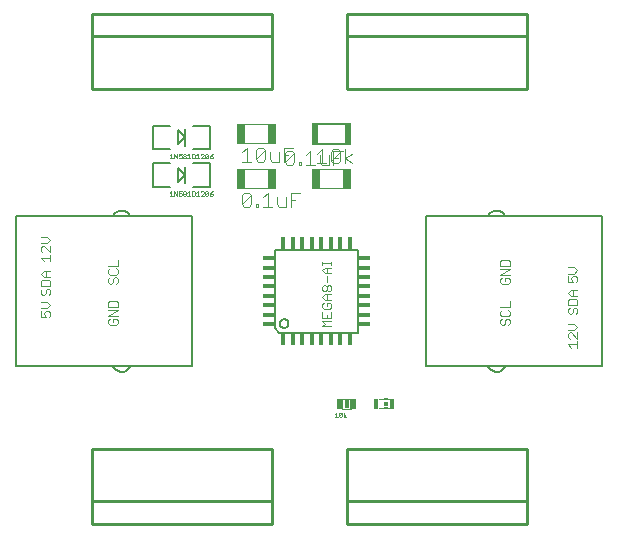
<source format=gto>
G75*
G70*
%OFA0B0*%
%FSLAX24Y24*%
%IPPOS*%
%LPD*%
%AMOC8*
5,1,8,0,0,1.08239X$1,22.5*
%
%ADD10C,0.0060*%
%ADD11C,0.0030*%
%ADD12R,0.0180X0.0390*%
%ADD13R,0.0390X0.0180*%
%ADD14C,0.0040*%
%ADD15R,0.0230X0.0720*%
%ADD16R,0.0295X0.0669*%
%ADD17C,0.0080*%
%ADD18C,0.0010*%
%ADD19R,0.0197X0.0374*%
%ADD20R,0.0180X0.0300*%
%ADD21R,0.0157X0.0354*%
%ADD22R,0.0118X0.0059*%
%ADD23R,0.0118X0.0118*%
%ADD24C,0.0100*%
D10*
X008921Y007720D02*
X008782Y007860D01*
X008782Y010480D01*
X011542Y010480D01*
X011542Y007720D01*
X008921Y007720D01*
X008941Y008020D02*
X008943Y008043D01*
X008949Y008066D01*
X008958Y008087D01*
X008971Y008107D01*
X008987Y008124D01*
X009005Y008138D01*
X009025Y008149D01*
X009047Y008157D01*
X009070Y008161D01*
X009094Y008161D01*
X009117Y008157D01*
X009139Y008149D01*
X009159Y008138D01*
X009177Y008124D01*
X009193Y008107D01*
X009206Y008087D01*
X009215Y008066D01*
X009221Y008043D01*
X009223Y008020D01*
X009221Y007997D01*
X009215Y007974D01*
X009206Y007953D01*
X009193Y007933D01*
X009177Y007916D01*
X009159Y007902D01*
X009139Y007891D01*
X009117Y007883D01*
X009094Y007879D01*
X009070Y007879D01*
X009047Y007883D01*
X009025Y007891D01*
X009005Y007902D01*
X008987Y007916D01*
X008971Y007933D01*
X008958Y007953D01*
X008949Y007974D01*
X008943Y007997D01*
X008941Y008020D01*
X010212Y014020D02*
X011112Y014020D01*
X011112Y014680D02*
X010212Y014680D01*
D11*
X010356Y010084D02*
X010356Y009988D01*
X010356Y010036D02*
X010647Y010036D01*
X010647Y009988D02*
X010647Y010084D01*
X010647Y009886D02*
X010453Y009886D01*
X010356Y009790D01*
X010453Y009693D01*
X010647Y009693D01*
X010502Y009693D02*
X010502Y009886D01*
X010502Y009592D02*
X010502Y009398D01*
X010550Y009297D02*
X010502Y009249D01*
X010502Y009152D01*
X010453Y009104D01*
X010405Y009104D01*
X010356Y009152D01*
X010356Y009249D01*
X010405Y009297D01*
X010453Y009297D01*
X010502Y009249D01*
X010550Y009297D02*
X010598Y009297D01*
X010647Y009249D01*
X010647Y009152D01*
X010598Y009104D01*
X010550Y009104D01*
X010502Y009152D01*
X010502Y009002D02*
X010502Y008809D01*
X010453Y008809D02*
X010356Y008906D01*
X010453Y009002D01*
X010647Y009002D01*
X010647Y008809D02*
X010453Y008809D01*
X010405Y008708D02*
X010356Y008659D01*
X010356Y008563D01*
X010405Y008514D01*
X010598Y008514D01*
X010647Y008563D01*
X010647Y008659D01*
X010598Y008708D01*
X010502Y008708D01*
X010502Y008611D01*
X010647Y008413D02*
X010647Y008220D01*
X010356Y008220D01*
X010356Y008413D01*
X010502Y008316D02*
X010502Y008220D01*
X010647Y008118D02*
X010356Y008118D01*
X010453Y008022D01*
X010356Y007925D01*
X010647Y007925D01*
D12*
X010634Y007505D03*
X010319Y007505D03*
X010004Y007505D03*
X009689Y007505D03*
X009374Y007505D03*
X009059Y007505D03*
X010949Y007505D03*
X011264Y007505D03*
X011264Y010695D03*
X010949Y010695D03*
X010634Y010695D03*
X010319Y010695D03*
X010004Y010695D03*
X009689Y010695D03*
X009374Y010695D03*
X009059Y010695D03*
D13*
X008567Y010202D03*
X008567Y009887D03*
X008567Y009572D03*
X008567Y009257D03*
X008567Y008943D03*
X008567Y008628D03*
X008567Y008313D03*
X008567Y007998D03*
X011757Y007998D03*
X011757Y008313D03*
X011757Y008628D03*
X011757Y008943D03*
X011757Y009257D03*
X011757Y009572D03*
X011757Y009887D03*
X011757Y010202D03*
D14*
X009600Y012380D02*
X009293Y012380D01*
X009293Y011920D01*
X009140Y011920D02*
X009140Y012227D01*
X009293Y012150D02*
X009446Y012150D01*
X009140Y011920D02*
X008909Y011920D01*
X008833Y011997D01*
X008833Y012227D01*
X008679Y011920D02*
X008372Y011920D01*
X008219Y011920D02*
X008142Y011920D01*
X008142Y011997D01*
X008219Y011997D01*
X008219Y011920D01*
X007989Y011997D02*
X007912Y011920D01*
X007758Y011920D01*
X007682Y011997D01*
X007989Y012304D01*
X007989Y011997D01*
X007989Y012304D02*
X007912Y012380D01*
X007758Y012380D01*
X007682Y012304D01*
X007682Y011997D01*
X007782Y012540D02*
X008542Y012540D01*
X008526Y012380D02*
X008526Y011920D01*
X008372Y012227D02*
X008526Y012380D01*
X008542Y013160D02*
X007782Y013160D01*
X007835Y013420D02*
X007835Y013880D01*
X007682Y013727D01*
X007782Y014040D02*
X008542Y014040D01*
X008372Y013880D02*
X008449Y013804D01*
X008142Y013497D01*
X008219Y013420D01*
X008372Y013420D01*
X008449Y013497D01*
X008449Y013804D01*
X008372Y013880D02*
X008219Y013880D01*
X008142Y013804D01*
X008142Y013497D01*
X007989Y013420D02*
X007682Y013420D01*
X008602Y013497D02*
X008679Y013420D01*
X008909Y013420D01*
X008909Y013727D01*
X009063Y013650D02*
X009216Y013650D01*
X009110Y013704D02*
X009110Y013397D01*
X009417Y013704D01*
X009417Y013397D01*
X009340Y013320D01*
X009187Y013320D01*
X009110Y013397D01*
X009063Y013420D02*
X009063Y013880D01*
X009370Y013880D01*
X009340Y013780D02*
X009187Y013780D01*
X009110Y013704D01*
X009340Y013780D02*
X009417Y013704D01*
X009570Y013397D02*
X009647Y013397D01*
X009647Y013320D01*
X009570Y013320D01*
X009570Y013397D01*
X009800Y013320D02*
X010107Y013320D01*
X010182Y013370D02*
X010489Y013370D01*
X010568Y013320D02*
X010338Y013320D01*
X010261Y013397D01*
X010261Y013627D01*
X010182Y013677D02*
X010335Y013830D01*
X010335Y013370D01*
X010282Y013160D02*
X011042Y013160D01*
X011102Y013370D02*
X011102Y013830D01*
X011028Y013780D02*
X010721Y013780D01*
X010721Y013320D01*
X010719Y013370D02*
X010642Y013447D01*
X010949Y013754D01*
X010949Y013447D01*
X010872Y013370D01*
X010719Y013370D01*
X010642Y013447D02*
X010642Y013754D01*
X010719Y013830D01*
X010872Y013830D01*
X010949Y013754D01*
X010875Y013550D02*
X010721Y013550D01*
X010568Y013627D02*
X010568Y013320D01*
X011102Y013523D02*
X011333Y013677D01*
X011102Y013523D02*
X011333Y013370D01*
X011042Y012540D02*
X010282Y012540D01*
X009954Y013320D02*
X009954Y013780D01*
X009800Y013627D01*
X008602Y013727D02*
X008602Y013497D01*
X008542Y014660D02*
X007782Y014660D01*
X011021Y005520D02*
X011302Y005520D01*
X011302Y005185D02*
X011021Y005185D01*
X012234Y005193D02*
X012589Y005193D01*
X012589Y005507D02*
X012234Y005507D01*
D15*
X011217Y014350D03*
X010107Y014350D03*
D16*
X008684Y014350D03*
X007639Y014350D03*
X007639Y012850D03*
X008684Y012850D03*
X010139Y012850D03*
X011184Y012850D03*
D17*
X013819Y011590D02*
X015866Y011590D01*
X016457Y011590D01*
X019683Y011590D01*
X019683Y006610D01*
X015866Y006610D01*
X013819Y006610D01*
X013819Y011590D01*
X015867Y011590D02*
X015881Y011621D01*
X015899Y011650D01*
X015920Y011677D01*
X015944Y011701D01*
X015970Y011723D01*
X015999Y011742D01*
X016029Y011758D01*
X016061Y011771D01*
X016094Y011780D01*
X016128Y011785D01*
X016162Y011787D01*
X016196Y011785D01*
X016230Y011780D01*
X016263Y011771D01*
X016295Y011758D01*
X016325Y011742D01*
X016354Y011723D01*
X016380Y011701D01*
X016404Y011677D01*
X016425Y011650D01*
X016443Y011621D01*
X016457Y011590D01*
X016457Y006610D02*
X016443Y006579D01*
X016425Y006550D01*
X016404Y006523D01*
X016380Y006499D01*
X016354Y006477D01*
X016325Y006458D01*
X016295Y006442D01*
X016263Y006429D01*
X016230Y006420D01*
X016196Y006415D01*
X016162Y006413D01*
X016128Y006415D01*
X016094Y006420D01*
X016061Y006429D01*
X016029Y006442D01*
X015999Y006458D01*
X015970Y006477D01*
X015944Y006499D01*
X015920Y006523D01*
X015899Y006550D01*
X015881Y006579D01*
X015867Y006610D01*
X006607Y012581D02*
X006055Y012581D01*
X005780Y012699D02*
X005780Y012975D01*
X005544Y012739D01*
X005544Y013211D01*
X005780Y012975D01*
X005780Y013251D01*
X006055Y013369D02*
X006607Y013369D01*
X006607Y012581D01*
X006004Y011590D02*
X003957Y011590D01*
X000140Y011590D01*
X000140Y006610D01*
X003366Y006610D01*
X003957Y006610D01*
X006004Y006610D01*
X006004Y011590D01*
X005268Y012581D02*
X004717Y012581D01*
X004717Y013369D01*
X005268Y013369D01*
X005268Y013831D02*
X004717Y013831D01*
X004717Y014619D01*
X005268Y014619D01*
X005544Y014461D02*
X005544Y013989D01*
X005780Y014225D01*
X005544Y014461D01*
X005780Y014501D02*
X005780Y014225D01*
X005780Y013949D01*
X006055Y013831D02*
X006607Y013831D01*
X006607Y014619D01*
X006055Y014619D01*
X003957Y011590D02*
X003943Y011621D01*
X003925Y011650D01*
X003904Y011677D01*
X003880Y011701D01*
X003854Y011723D01*
X003825Y011742D01*
X003795Y011758D01*
X003763Y011771D01*
X003730Y011780D01*
X003696Y011785D01*
X003662Y011787D01*
X003628Y011785D01*
X003594Y011780D01*
X003561Y011771D01*
X003529Y011758D01*
X003499Y011742D01*
X003470Y011723D01*
X003444Y011701D01*
X003420Y011677D01*
X003399Y011650D01*
X003381Y011621D01*
X003367Y011590D01*
X003367Y006610D02*
X003381Y006579D01*
X003399Y006550D01*
X003420Y006523D01*
X003444Y006499D01*
X003470Y006477D01*
X003499Y006458D01*
X003529Y006442D01*
X003561Y006429D01*
X003594Y006420D01*
X003628Y006415D01*
X003662Y006413D01*
X003696Y006415D01*
X003730Y006420D01*
X003763Y006429D01*
X003795Y006442D01*
X003825Y006458D01*
X003854Y006477D01*
X003880Y006499D01*
X003904Y006523D01*
X003925Y006550D01*
X003943Y006579D01*
X003957Y006610D01*
D18*
X003480Y007980D02*
X003273Y007980D01*
X003221Y008032D01*
X003221Y008135D01*
X003273Y008187D01*
X003221Y008275D02*
X003532Y008481D01*
X003221Y008481D01*
X003221Y008569D02*
X003221Y008724D01*
X003273Y008776D01*
X003480Y008776D01*
X003532Y008724D01*
X003532Y008569D01*
X003221Y008569D01*
X003221Y008275D02*
X003532Y008275D01*
X003480Y008187D02*
X003377Y008187D01*
X003377Y008083D01*
X003480Y007980D02*
X003532Y008032D01*
X003532Y008135D01*
X003480Y008187D01*
X003480Y009355D02*
X003532Y009407D01*
X003532Y009510D01*
X003480Y009562D01*
X003428Y009562D01*
X003377Y009510D01*
X003377Y009407D01*
X003325Y009355D01*
X003273Y009355D01*
X003221Y009407D01*
X003221Y009510D01*
X003273Y009562D01*
X003273Y009650D02*
X003480Y009650D01*
X003532Y009701D01*
X003532Y009805D01*
X003480Y009856D01*
X003532Y009944D02*
X003532Y010151D01*
X003532Y009944D02*
X003221Y009944D01*
X003273Y009856D02*
X003221Y009805D01*
X003221Y009701D01*
X003273Y009650D01*
X001282Y009569D02*
X001075Y009569D01*
X000971Y009673D01*
X001075Y009776D01*
X001282Y009776D01*
X001127Y009776D02*
X001127Y009569D01*
X001230Y009481D02*
X001023Y009481D01*
X000971Y009430D01*
X000971Y009275D01*
X001282Y009275D01*
X001282Y009430D01*
X001230Y009481D01*
X001230Y009187D02*
X001178Y009187D01*
X001127Y009135D01*
X001127Y009032D01*
X001075Y008980D01*
X001023Y008980D01*
X000971Y009032D01*
X000971Y009135D01*
X001023Y009187D01*
X001230Y009187D02*
X001282Y009135D01*
X001282Y009032D01*
X001230Y008980D01*
X001178Y008731D02*
X000971Y008731D01*
X000971Y008525D02*
X001178Y008525D01*
X001282Y008628D01*
X001178Y008731D01*
X001127Y008437D02*
X001230Y008437D01*
X001282Y008385D01*
X001282Y008282D01*
X001230Y008230D01*
X001127Y008230D02*
X001075Y008333D01*
X001075Y008385D01*
X001127Y008437D01*
X000971Y008437D02*
X000971Y008230D01*
X001127Y008230D01*
X001075Y010105D02*
X000971Y010208D01*
X001282Y010208D01*
X001282Y010105D02*
X001282Y010312D01*
X001282Y010400D02*
X001075Y010606D01*
X001023Y010606D01*
X000971Y010555D01*
X000971Y010451D01*
X001023Y010400D01*
X001282Y010400D02*
X001282Y010606D01*
X001178Y010694D02*
X001282Y010798D01*
X001178Y010901D01*
X000971Y010901D01*
X000971Y010694D02*
X001178Y010694D01*
X005267Y012280D02*
X005367Y012280D01*
X005414Y012280D02*
X005414Y012430D01*
X005514Y012280D01*
X005514Y012430D01*
X005561Y012430D02*
X005561Y012355D01*
X005611Y012380D01*
X005636Y012380D01*
X005661Y012355D01*
X005661Y012305D01*
X005636Y012280D01*
X005586Y012280D01*
X005561Y012305D01*
X005561Y012430D02*
X005661Y012430D01*
X005709Y012405D02*
X005709Y012380D01*
X005734Y012355D01*
X005784Y012355D01*
X005809Y012330D01*
X005809Y012305D01*
X005784Y012280D01*
X005734Y012280D01*
X005709Y012305D01*
X005709Y012330D01*
X005734Y012355D01*
X005784Y012355D02*
X005809Y012380D01*
X005809Y012405D01*
X005784Y012430D01*
X005734Y012430D01*
X005709Y012405D01*
X005856Y012380D02*
X005906Y012430D01*
X005906Y012280D01*
X005856Y012280D02*
X005956Y012280D01*
X006003Y012280D02*
X006078Y012280D01*
X006103Y012305D01*
X006103Y012405D01*
X006078Y012430D01*
X006003Y012430D01*
X006003Y012280D01*
X006151Y012280D02*
X006251Y012280D01*
X006298Y012280D02*
X006398Y012380D01*
X006398Y012405D01*
X006373Y012430D01*
X006323Y012430D01*
X006298Y012405D01*
X006201Y012430D02*
X006201Y012280D01*
X006298Y012280D02*
X006398Y012280D01*
X006445Y012305D02*
X006545Y012405D01*
X006545Y012305D01*
X006520Y012280D01*
X006470Y012280D01*
X006445Y012305D01*
X006445Y012405D01*
X006470Y012430D01*
X006520Y012430D01*
X006545Y012405D01*
X006593Y012355D02*
X006668Y012355D01*
X006693Y012330D01*
X006693Y012305D01*
X006668Y012280D01*
X006618Y012280D01*
X006593Y012305D01*
X006593Y012355D01*
X006643Y012405D01*
X006693Y012430D01*
X006201Y012430D02*
X006151Y012380D01*
X005317Y012430D02*
X005317Y012280D01*
X005267Y012380D02*
X005317Y012430D01*
X005317Y013530D02*
X005317Y013680D01*
X005267Y013630D01*
X005267Y013530D02*
X005367Y013530D01*
X005414Y013530D02*
X005414Y013680D01*
X005514Y013530D01*
X005514Y013680D01*
X005561Y013680D02*
X005561Y013605D01*
X005611Y013630D01*
X005636Y013630D01*
X005661Y013605D01*
X005661Y013555D01*
X005636Y013530D01*
X005586Y013530D01*
X005561Y013555D01*
X005561Y013680D02*
X005661Y013680D01*
X005709Y013655D02*
X005734Y013680D01*
X005784Y013680D01*
X005809Y013655D01*
X005809Y013630D01*
X005784Y013605D01*
X005734Y013605D01*
X005709Y013630D01*
X005709Y013655D01*
X005734Y013605D02*
X005709Y013580D01*
X005709Y013555D01*
X005734Y013530D01*
X005784Y013530D01*
X005809Y013555D01*
X005809Y013580D01*
X005784Y013605D01*
X005856Y013630D02*
X005906Y013680D01*
X005906Y013530D01*
X005856Y013530D02*
X005956Y013530D01*
X006003Y013530D02*
X006078Y013530D01*
X006103Y013555D01*
X006103Y013655D01*
X006078Y013680D01*
X006003Y013680D01*
X006003Y013530D01*
X006151Y013530D02*
X006251Y013530D01*
X006298Y013530D02*
X006398Y013630D01*
X006398Y013655D01*
X006373Y013680D01*
X006323Y013680D01*
X006298Y013655D01*
X006201Y013680D02*
X006201Y013530D01*
X006298Y013530D02*
X006398Y013530D01*
X006445Y013555D02*
X006545Y013655D01*
X006545Y013555D01*
X006520Y013530D01*
X006470Y013530D01*
X006445Y013555D01*
X006445Y013655D01*
X006470Y013680D01*
X006520Y013680D01*
X006545Y013655D01*
X006593Y013605D02*
X006668Y013605D01*
X006693Y013580D01*
X006693Y013555D01*
X006668Y013530D01*
X006618Y013530D01*
X006593Y013555D01*
X006593Y013605D01*
X006643Y013655D01*
X006693Y013680D01*
X006201Y013680D02*
X006151Y013630D01*
X010817Y005055D02*
X010817Y004905D01*
X010767Y004905D02*
X010867Y004905D01*
X010914Y004930D02*
X011014Y005030D01*
X011014Y004930D01*
X010989Y004905D01*
X010939Y004905D01*
X010914Y004930D01*
X010914Y005030D01*
X010939Y005055D01*
X010989Y005055D01*
X011014Y005030D01*
X011061Y005055D02*
X011061Y004905D01*
X011061Y004955D02*
X011136Y005005D01*
X011061Y004955D02*
X011136Y004905D01*
X010817Y005055D02*
X010767Y005005D01*
X016291Y008023D02*
X016343Y007971D01*
X016395Y007971D01*
X016447Y008023D01*
X016447Y008126D01*
X016498Y008178D01*
X016550Y008178D01*
X016602Y008126D01*
X016602Y008023D01*
X016550Y007971D01*
X016291Y008023D02*
X016291Y008126D01*
X016343Y008178D01*
X016343Y008266D02*
X016550Y008266D01*
X016602Y008317D01*
X016602Y008421D01*
X016550Y008473D01*
X016602Y008560D02*
X016602Y008767D01*
X016602Y008560D02*
X016291Y008560D01*
X016343Y008473D02*
X016291Y008421D01*
X016291Y008317D01*
X016343Y008266D01*
X016343Y009346D02*
X016550Y009346D01*
X016602Y009398D01*
X016602Y009501D01*
X016550Y009553D01*
X016447Y009553D01*
X016447Y009449D01*
X016343Y009346D02*
X016291Y009398D01*
X016291Y009501D01*
X016343Y009553D01*
X016291Y009641D02*
X016602Y009848D01*
X016291Y009848D01*
X016291Y009935D02*
X016291Y010090D01*
X016343Y010142D01*
X016550Y010142D01*
X016602Y010090D01*
X016602Y009935D01*
X016291Y009935D01*
X016291Y009641D02*
X016602Y009641D01*
X018541Y009598D02*
X018541Y009391D01*
X018697Y009391D01*
X018645Y009494D01*
X018645Y009546D01*
X018697Y009598D01*
X018800Y009598D01*
X018852Y009546D01*
X018852Y009442D01*
X018800Y009391D01*
X018748Y009685D02*
X018541Y009685D01*
X018541Y009892D02*
X018748Y009892D01*
X018852Y009789D01*
X018748Y009685D01*
X018697Y009142D02*
X018697Y008935D01*
X018645Y008935D02*
X018541Y009039D01*
X018645Y009142D01*
X018852Y009142D01*
X018852Y008935D02*
X018645Y008935D01*
X018593Y008848D02*
X018800Y008848D01*
X018852Y008796D01*
X018852Y008641D01*
X018541Y008641D01*
X018541Y008796D01*
X018593Y008848D01*
X018593Y008553D02*
X018541Y008501D01*
X018541Y008398D01*
X018593Y008346D01*
X018645Y008346D01*
X018697Y008398D01*
X018697Y008501D01*
X018748Y008553D01*
X018800Y008553D01*
X018852Y008501D01*
X018852Y008398D01*
X018800Y008346D01*
X018748Y008017D02*
X018541Y008017D01*
X018541Y007810D02*
X018748Y007810D01*
X018852Y007914D01*
X018748Y008017D01*
X018645Y007723D02*
X018593Y007723D01*
X018541Y007671D01*
X018541Y007567D01*
X018593Y007516D01*
X018541Y007324D02*
X018852Y007324D01*
X018852Y007221D02*
X018852Y007428D01*
X018852Y007516D02*
X018645Y007723D01*
X018852Y007723D02*
X018852Y007516D01*
X018645Y007221D02*
X018541Y007324D01*
D19*
X011390Y005352D03*
X010930Y005352D03*
D20*
X011162Y005350D03*
D21*
X012156Y005350D03*
X012668Y005350D03*
D22*
X012471Y005202D03*
X012471Y005498D03*
D23*
X012471Y005350D03*
D24*
X002662Y002100D02*
X002662Y001350D01*
X008662Y001350D01*
X008662Y002100D01*
X002662Y002100D01*
X002662Y003850D01*
X008662Y003850D01*
X008662Y002100D01*
X011162Y002100D02*
X011162Y001350D01*
X017162Y001350D01*
X017162Y002100D01*
X011162Y002100D01*
X011162Y003850D01*
X017162Y003850D01*
X017162Y002100D01*
X017162Y015850D02*
X011162Y015850D01*
X011162Y017600D01*
X017162Y017600D01*
X017162Y015850D01*
X017162Y017600D02*
X017162Y018350D01*
X011162Y018350D01*
X011162Y017600D01*
X008662Y017600D02*
X008662Y015850D01*
X002662Y015850D01*
X002662Y017600D01*
X008662Y017600D01*
X008662Y018350D01*
X002662Y018350D01*
X002662Y017600D01*
M02*

</source>
